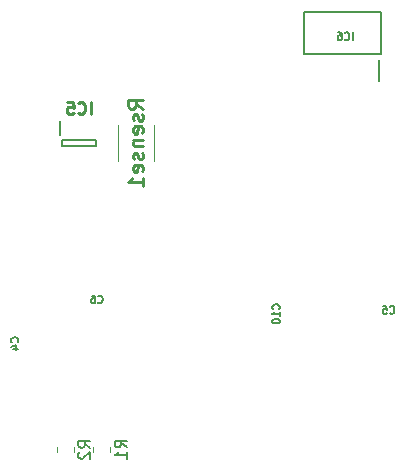
<source format=gbr>
%TF.GenerationSoftware,KiCad,Pcbnew,(5.1.9)-1*%
%TF.CreationDate,2021-10-15T13:48:39-04:00*%
%TF.ProjectId,ECE477_motorcontroller,45434534-3737-45f6-9d6f-746f72636f6e,rev?*%
%TF.SameCoordinates,Original*%
%TF.FileFunction,Legend,Bot*%
%TF.FilePolarity,Positive*%
%FSLAX46Y46*%
G04 Gerber Fmt 4.6, Leading zero omitted, Abs format (unit mm)*
G04 Created by KiCad (PCBNEW (5.1.9)-1) date 2021-10-15 13:48:39*
%MOMM*%
%LPD*%
G01*
G04 APERTURE LIST*
%ADD10C,0.120000*%
%ADD11C,0.200000*%
%ADD12C,0.100000*%
%ADD13C,0.150000*%
%ADD14C,0.158750*%
%ADD15C,0.254000*%
%ADD16C,0.250000*%
G04 APERTURE END LIST*
D10*
%TO.C,R2*%
X130515000Y-80302064D02*
X130515000Y-79847936D01*
X131985000Y-80302064D02*
X131985000Y-79847936D01*
%TO.C,R1*%
X133590000Y-80277064D02*
X133590000Y-79822936D01*
X135060000Y-80277064D02*
X135060000Y-79822936D01*
D11*
%TO.C,IC6*%
X157950000Y-46550000D02*
X157950000Y-43050000D01*
X157950000Y-43050000D02*
X151450000Y-43050000D01*
X151450000Y-43050000D02*
X151450000Y-46550000D01*
X151450000Y-46550000D02*
X157950000Y-46550000D01*
X157825000Y-48825000D02*
X157825000Y-47075000D01*
D12*
%TO.C,Rsense1*%
X138775000Y-52600000D02*
X138750000Y-55600000D01*
X135725000Y-52600000D02*
X135725000Y-55600000D01*
D11*
%TO.C,IC5*%
X130950000Y-53825000D02*
X130950000Y-54375000D01*
X130950000Y-54375000D02*
X133850000Y-54375000D01*
X133850000Y-54375000D02*
X133850000Y-53825000D01*
X133850000Y-53825000D02*
X130950000Y-53825000D01*
X130800000Y-52225000D02*
X130800000Y-53475000D01*
%TO.C,R2*%
D13*
X133352380Y-79908333D02*
X132876190Y-79575000D01*
X133352380Y-79336904D02*
X132352380Y-79336904D01*
X132352380Y-79717857D01*
X132400000Y-79813095D01*
X132447619Y-79860714D01*
X132542857Y-79908333D01*
X132685714Y-79908333D01*
X132780952Y-79860714D01*
X132828571Y-79813095D01*
X132876190Y-79717857D01*
X132876190Y-79336904D01*
X132447619Y-80289285D02*
X132400000Y-80336904D01*
X132352380Y-80432142D01*
X132352380Y-80670238D01*
X132400000Y-80765476D01*
X132447619Y-80813095D01*
X132542857Y-80860714D01*
X132638095Y-80860714D01*
X132780952Y-80813095D01*
X133352380Y-80241666D01*
X133352380Y-80860714D01*
%TO.C,R1*%
X136427380Y-79883333D02*
X135951190Y-79550000D01*
X136427380Y-79311904D02*
X135427380Y-79311904D01*
X135427380Y-79692857D01*
X135475000Y-79788095D01*
X135522619Y-79835714D01*
X135617857Y-79883333D01*
X135760714Y-79883333D01*
X135855952Y-79835714D01*
X135903571Y-79788095D01*
X135951190Y-79692857D01*
X135951190Y-79311904D01*
X136427380Y-80835714D02*
X136427380Y-80264285D01*
X136427380Y-80550000D02*
X135427380Y-80550000D01*
X135570238Y-80454761D01*
X135665476Y-80359523D01*
X135713095Y-80264285D01*
%TO.C,IC6*%
D14*
X155569880Y-45387261D02*
X155569880Y-44752261D01*
X154904642Y-45326785D02*
X154934880Y-45357023D01*
X155025595Y-45387261D01*
X155086071Y-45387261D01*
X155176785Y-45357023D01*
X155237261Y-45296547D01*
X155267500Y-45236071D01*
X155297738Y-45115119D01*
X155297738Y-45024404D01*
X155267500Y-44903452D01*
X155237261Y-44842976D01*
X155176785Y-44782500D01*
X155086071Y-44752261D01*
X155025595Y-44752261D01*
X154934880Y-44782500D01*
X154904642Y-44812738D01*
X154360357Y-44752261D02*
X154481309Y-44752261D01*
X154541785Y-44782500D01*
X154572023Y-44812738D01*
X154632500Y-44903452D01*
X154662738Y-45024404D01*
X154662738Y-45266309D01*
X154632500Y-45326785D01*
X154602261Y-45357023D01*
X154541785Y-45387261D01*
X154420833Y-45387261D01*
X154360357Y-45357023D01*
X154330119Y-45326785D01*
X154299880Y-45266309D01*
X154299880Y-45115119D01*
X154330119Y-45054642D01*
X154360357Y-45024404D01*
X154420833Y-44994166D01*
X154541785Y-44994166D01*
X154602261Y-45024404D01*
X154632500Y-45054642D01*
X154662738Y-45115119D01*
%TO.C,Rsense1*%
D15*
X137824523Y-51197142D02*
X137219761Y-50773809D01*
X137824523Y-50471428D02*
X136554523Y-50471428D01*
X136554523Y-50955238D01*
X136615000Y-51076190D01*
X136675476Y-51136666D01*
X136796428Y-51197142D01*
X136977857Y-51197142D01*
X137098809Y-51136666D01*
X137159285Y-51076190D01*
X137219761Y-50955238D01*
X137219761Y-50471428D01*
X137764047Y-51680952D02*
X137824523Y-51801904D01*
X137824523Y-52043809D01*
X137764047Y-52164761D01*
X137643095Y-52225238D01*
X137582619Y-52225238D01*
X137461666Y-52164761D01*
X137401190Y-52043809D01*
X137401190Y-51862380D01*
X137340714Y-51741428D01*
X137219761Y-51680952D01*
X137159285Y-51680952D01*
X137038333Y-51741428D01*
X136977857Y-51862380D01*
X136977857Y-52043809D01*
X137038333Y-52164761D01*
X137764047Y-53253333D02*
X137824523Y-53132380D01*
X137824523Y-52890476D01*
X137764047Y-52769523D01*
X137643095Y-52709047D01*
X137159285Y-52709047D01*
X137038333Y-52769523D01*
X136977857Y-52890476D01*
X136977857Y-53132380D01*
X137038333Y-53253333D01*
X137159285Y-53313809D01*
X137280238Y-53313809D01*
X137401190Y-52709047D01*
X136977857Y-53858095D02*
X137824523Y-53858095D01*
X137098809Y-53858095D02*
X137038333Y-53918571D01*
X136977857Y-54039523D01*
X136977857Y-54220952D01*
X137038333Y-54341904D01*
X137159285Y-54402380D01*
X137824523Y-54402380D01*
X137764047Y-54946666D02*
X137824523Y-55067619D01*
X137824523Y-55309523D01*
X137764047Y-55430476D01*
X137643095Y-55490952D01*
X137582619Y-55490952D01*
X137461666Y-55430476D01*
X137401190Y-55309523D01*
X137401190Y-55128095D01*
X137340714Y-55007142D01*
X137219761Y-54946666D01*
X137159285Y-54946666D01*
X137038333Y-55007142D01*
X136977857Y-55128095D01*
X136977857Y-55309523D01*
X137038333Y-55430476D01*
X137764047Y-56519047D02*
X137824523Y-56398095D01*
X137824523Y-56156190D01*
X137764047Y-56035238D01*
X137643095Y-55974761D01*
X137159285Y-55974761D01*
X137038333Y-56035238D01*
X136977857Y-56156190D01*
X136977857Y-56398095D01*
X137038333Y-56519047D01*
X137159285Y-56579523D01*
X137280238Y-56579523D01*
X137401190Y-55974761D01*
X137824523Y-57789047D02*
X137824523Y-57063333D01*
X137824523Y-57426190D02*
X136554523Y-57426190D01*
X136735952Y-57305238D01*
X136856904Y-57184285D01*
X136917380Y-57063333D01*
%TO.C,IC5*%
D16*
X133376190Y-51652380D02*
X133376190Y-50652380D01*
X132328571Y-51557142D02*
X132376190Y-51604761D01*
X132519047Y-51652380D01*
X132614285Y-51652380D01*
X132757142Y-51604761D01*
X132852380Y-51509523D01*
X132900000Y-51414285D01*
X132947619Y-51223809D01*
X132947619Y-51080952D01*
X132900000Y-50890476D01*
X132852380Y-50795238D01*
X132757142Y-50700000D01*
X132614285Y-50652380D01*
X132519047Y-50652380D01*
X132376190Y-50700000D01*
X132328571Y-50747619D01*
X131423809Y-50652380D02*
X131900000Y-50652380D01*
X131947619Y-51128571D01*
X131900000Y-51080952D01*
X131804761Y-51033333D01*
X131566666Y-51033333D01*
X131471428Y-51080952D01*
X131423809Y-51128571D01*
X131376190Y-51223809D01*
X131376190Y-51461904D01*
X131423809Y-51557142D01*
X131471428Y-51604761D01*
X131566666Y-51652380D01*
X131804761Y-51652380D01*
X131900000Y-51604761D01*
X131947619Y-51557142D01*
%TO.C,C5*%
D14*
X158705833Y-68501785D02*
X158736071Y-68532023D01*
X158826785Y-68562261D01*
X158887261Y-68562261D01*
X158977976Y-68532023D01*
X159038452Y-68471547D01*
X159068690Y-68411071D01*
X159098928Y-68290119D01*
X159098928Y-68199404D01*
X159068690Y-68078452D01*
X159038452Y-68017976D01*
X158977976Y-67957500D01*
X158887261Y-67927261D01*
X158826785Y-67927261D01*
X158736071Y-67957500D01*
X158705833Y-67987738D01*
X158131309Y-67927261D02*
X158433690Y-67927261D01*
X158463928Y-68229642D01*
X158433690Y-68199404D01*
X158373214Y-68169166D01*
X158222023Y-68169166D01*
X158161547Y-68199404D01*
X158131309Y-68229642D01*
X158101071Y-68290119D01*
X158101071Y-68441309D01*
X158131309Y-68501785D01*
X158161547Y-68532023D01*
X158222023Y-68562261D01*
X158373214Y-68562261D01*
X158433690Y-68532023D01*
X158463928Y-68501785D01*
%TO.C,C10*%
X149340785Y-68171785D02*
X149371023Y-68141547D01*
X149401261Y-68050833D01*
X149401261Y-67990357D01*
X149371023Y-67899642D01*
X149310547Y-67839166D01*
X149250071Y-67808928D01*
X149129119Y-67778690D01*
X149038404Y-67778690D01*
X148917452Y-67808928D01*
X148856976Y-67839166D01*
X148796500Y-67899642D01*
X148766261Y-67990357D01*
X148766261Y-68050833D01*
X148796500Y-68141547D01*
X148826738Y-68171785D01*
X149401261Y-68776547D02*
X149401261Y-68413690D01*
X149401261Y-68595119D02*
X148766261Y-68595119D01*
X148856976Y-68534642D01*
X148917452Y-68474166D01*
X148947690Y-68413690D01*
X148766261Y-69169642D02*
X148766261Y-69230119D01*
X148796500Y-69290595D01*
X148826738Y-69320833D01*
X148887214Y-69351071D01*
X149008166Y-69381309D01*
X149159357Y-69381309D01*
X149280309Y-69351071D01*
X149340785Y-69320833D01*
X149371023Y-69290595D01*
X149401261Y-69230119D01*
X149401261Y-69169642D01*
X149371023Y-69109166D01*
X149340785Y-69078928D01*
X149280309Y-69048690D01*
X149159357Y-69018452D01*
X149008166Y-69018452D01*
X148887214Y-69048690D01*
X148826738Y-69078928D01*
X148796500Y-69109166D01*
X148766261Y-69169642D01*
%TO.C,C6*%
X134017833Y-67612785D02*
X134048071Y-67643023D01*
X134138785Y-67673261D01*
X134199261Y-67673261D01*
X134289976Y-67643023D01*
X134350452Y-67582547D01*
X134380690Y-67522071D01*
X134410928Y-67401119D01*
X134410928Y-67310404D01*
X134380690Y-67189452D01*
X134350452Y-67128976D01*
X134289976Y-67068500D01*
X134199261Y-67038261D01*
X134138785Y-67038261D01*
X134048071Y-67068500D01*
X134017833Y-67098738D01*
X133473547Y-67038261D02*
X133594500Y-67038261D01*
X133654976Y-67068500D01*
X133685214Y-67098738D01*
X133745690Y-67189452D01*
X133775928Y-67310404D01*
X133775928Y-67552309D01*
X133745690Y-67612785D01*
X133715452Y-67643023D01*
X133654976Y-67673261D01*
X133534023Y-67673261D01*
X133473547Y-67643023D01*
X133443309Y-67612785D01*
X133413071Y-67552309D01*
X133413071Y-67401119D01*
X133443309Y-67340642D01*
X133473547Y-67310404D01*
X133534023Y-67280166D01*
X133654976Y-67280166D01*
X133715452Y-67310404D01*
X133745690Y-67340642D01*
X133775928Y-67401119D01*
%TO.C,C4*%
X127214785Y-70972166D02*
X127245023Y-70941928D01*
X127275261Y-70851214D01*
X127275261Y-70790738D01*
X127245023Y-70700023D01*
X127184547Y-70639547D01*
X127124071Y-70609309D01*
X127003119Y-70579071D01*
X126912404Y-70579071D01*
X126791452Y-70609309D01*
X126730976Y-70639547D01*
X126670500Y-70700023D01*
X126640261Y-70790738D01*
X126640261Y-70851214D01*
X126670500Y-70941928D01*
X126700738Y-70972166D01*
X126851928Y-71516452D02*
X127275261Y-71516452D01*
X126610023Y-71365261D02*
X127063595Y-71214071D01*
X127063595Y-71607166D01*
%TD*%
M02*

</source>
